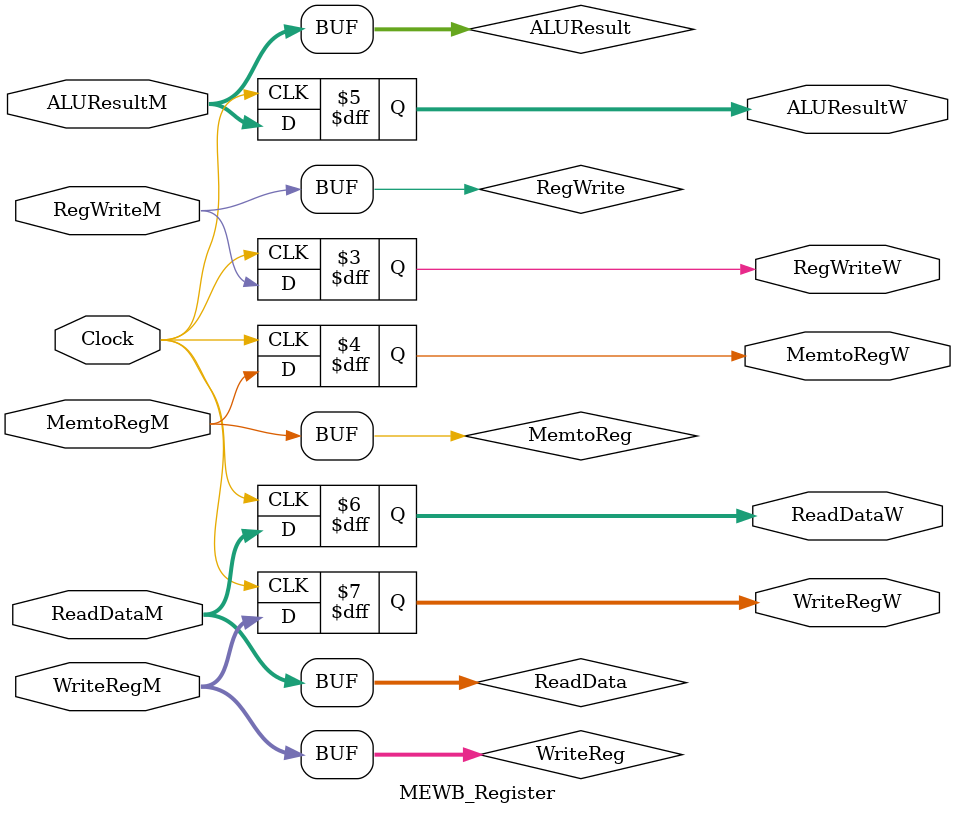
<source format=v>
`include "MainMemory.v"

module ME(
    input signed [31:0] ALUResultM, WriteDataM,
    input MemWriteM, BranchM, Clock,
    output signed [31:0] ReadDataM
);

wire RESET,ENABLE;
reg [64:0] EDIT_SERIAL;
wire [31:0] RealAddress;

assign RESET = 0;
assign ENABLE = 1;
assign RealAddress = (ALUResultM/4); // Real address conversion
always @(MemWriteM,ALUResultM,WriteDataM) begin // {1'b[is_edit], 32'b[write_add], 32'b[write_data]}
    EDIT_SERIAL <= {MemWriteM, RealAddress,WriteDataM}; 
end 

// Connect to Main memory
MainMemory u_MainMemory(
    .CLOCK         (Clock         ),
    .RESET         (RESET         ),
    .ENABLE        (ENABLE        ),
    .FETCH_ADDRESS (RealAddress ),
    .EDIT_SERIAL   (EDIT_SERIAL   ),
    .DATA          (ReadDataM        )
);

endmodule

module MEWB_Register(
    input Clock, RegWriteM, MemtoRegM,
    input signed [31:0] ALUResultM, ReadDataM,
    input [4:0] WriteRegM,
    output reg RegWriteW, MemtoRegW,
    output reg signed [31:0] ALUResultW, ReadDataW,
    output reg [4:0] WriteRegW    
);

reg RegWrite, MemtoReg;
reg signed [31:0] ALUResult, ReadData;
reg [4:0] WriteReg;

// Get the data from EX module
always @(RegWriteM, MemtoRegM, ALUResultM, ReadDataM, WriteRegM) begin
    #0.00001
    RegWrite = RegWriteM;
    MemtoReg = MemtoRegM;
    ALUResult = ALUResultM;
    ReadData = ReadDataM;
    WriteReg = WriteRegM;
end

// Output the data in registers to WB module
always @(posedge Clock) begin
    RegWriteW = RegWrite;
    MemtoRegW = MemtoReg;
    ALUResultW = ALUResult;
    ReadDataW = ReadData;
    WriteRegW = WriteReg;
end

endmodule
</source>
